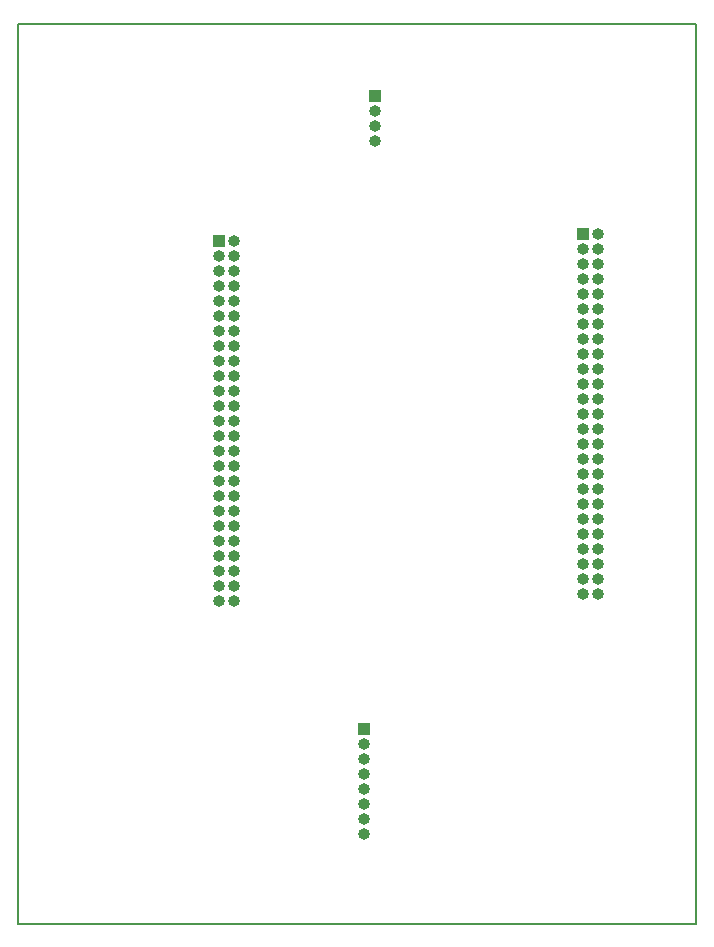
<source format=gbr>
%TF.GenerationSoftware,KiCad,Pcbnew,(7.0.0)*%
%TF.CreationDate,2023-06-01T22:42:06-06:00*%
%TF.ProjectId,STM32F4_lightsaber_shield,53544d33-3246-4345-9f6c-696768747361,rev?*%
%TF.SameCoordinates,Original*%
%TF.FileFunction,Soldermask,Bot*%
%TF.FilePolarity,Negative*%
%FSLAX46Y46*%
G04 Gerber Fmt 4.6, Leading zero omitted, Abs format (unit mm)*
G04 Created by KiCad (PCBNEW (7.0.0)) date 2023-06-01 22:42:06*
%MOMM*%
%LPD*%
G01*
G04 APERTURE LIST*
%ADD10C,0.150000*%
%ADD11R,1.000000X1.000000*%
%ADD12O,1.000000X1.000000*%
G04 APERTURE END LIST*
D10*
X82677000Y-32512000D02*
X140081000Y-32512000D01*
X140081000Y-32512000D02*
X140081000Y-108712000D01*
X140081000Y-108712000D02*
X82677000Y-108712000D01*
X82677000Y-108712000D02*
X82677000Y-32512000D01*
D11*
%TO.C,J5*%
X112902999Y-38607999D03*
D12*
X112902999Y-39877999D03*
X112902999Y-41147999D03*
X112902999Y-42417999D03*
%TD*%
D11*
%TO.C,J4*%
X112013999Y-92201999D03*
D12*
X112013999Y-93471999D03*
X112013999Y-94741999D03*
X112013999Y-96011999D03*
X112013999Y-97281999D03*
X112013999Y-98551999D03*
X112013999Y-99821999D03*
X112013999Y-101091999D03*
%TD*%
D11*
%TO.C,J1*%
X99694999Y-50926999D03*
D12*
X100964999Y-50926999D03*
X99694999Y-52196999D03*
X100964999Y-52196999D03*
X99694999Y-53466999D03*
X100964999Y-53466999D03*
X99694999Y-54736999D03*
X100964999Y-54736999D03*
X99694999Y-56006999D03*
X100964999Y-56006999D03*
X99694999Y-57276999D03*
X100964999Y-57276999D03*
X99694999Y-58546999D03*
X100964999Y-58546999D03*
X99694999Y-59816999D03*
X100964999Y-59816999D03*
X99694999Y-61086999D03*
X100964999Y-61086999D03*
X99694999Y-62356999D03*
X100964999Y-62356999D03*
X99694999Y-63626999D03*
X100964999Y-63626999D03*
X99694999Y-64896999D03*
X100964999Y-64896999D03*
X99694999Y-66166999D03*
X100964999Y-66166999D03*
X99694999Y-67436999D03*
X100964999Y-67436999D03*
X99694999Y-68706999D03*
X100964999Y-68706999D03*
X99694999Y-69976999D03*
X100964999Y-69976999D03*
X99694999Y-71246999D03*
X100964999Y-71246999D03*
X99694999Y-72516999D03*
X100964999Y-72516999D03*
X99694999Y-73786999D03*
X100964999Y-73786999D03*
X99694999Y-75056999D03*
X100964999Y-75056999D03*
X99694999Y-76326999D03*
X100964999Y-76326999D03*
X99694999Y-77596999D03*
X100964999Y-77596999D03*
X99694999Y-78866999D03*
X100964999Y-78866999D03*
X99694999Y-80136999D03*
X100964999Y-80136999D03*
X99694999Y-81406999D03*
X100964999Y-81406999D03*
%TD*%
D11*
%TO.C,J2*%
X130555999Y-50291999D03*
D12*
X131825999Y-50291999D03*
X130555999Y-51561999D03*
X131825999Y-51561999D03*
X130555999Y-52831999D03*
X131825999Y-52831999D03*
X130555999Y-54101999D03*
X131825999Y-54101999D03*
X130555999Y-55371999D03*
X131825999Y-55371999D03*
X130555999Y-56641999D03*
X131825999Y-56641999D03*
X130555999Y-57911999D03*
X131825999Y-57911999D03*
X130555999Y-59181999D03*
X131825999Y-59181999D03*
X130555999Y-60451999D03*
X131825999Y-60451999D03*
X130555999Y-61721999D03*
X131825999Y-61721999D03*
X130555999Y-62991999D03*
X131825999Y-62991999D03*
X130555999Y-64261999D03*
X131825999Y-64261999D03*
X130555999Y-65531999D03*
X131825999Y-65531999D03*
X130555999Y-66801999D03*
X131825999Y-66801999D03*
X130555999Y-68071999D03*
X131825999Y-68071999D03*
X130555999Y-69341999D03*
X131825999Y-69341999D03*
X130555999Y-70611999D03*
X131825999Y-70611999D03*
X130555999Y-71881999D03*
X131825999Y-71881999D03*
X130555999Y-73151999D03*
X131825999Y-73151999D03*
X130555999Y-74421999D03*
X131825999Y-74421999D03*
X130555999Y-75691999D03*
X131825999Y-75691999D03*
X130555999Y-76961999D03*
X131825999Y-76961999D03*
X130555999Y-78231999D03*
X131825999Y-78231999D03*
X130555999Y-79501999D03*
X131825999Y-79501999D03*
X130555999Y-80771999D03*
X131825999Y-80771999D03*
%TD*%
M02*

</source>
